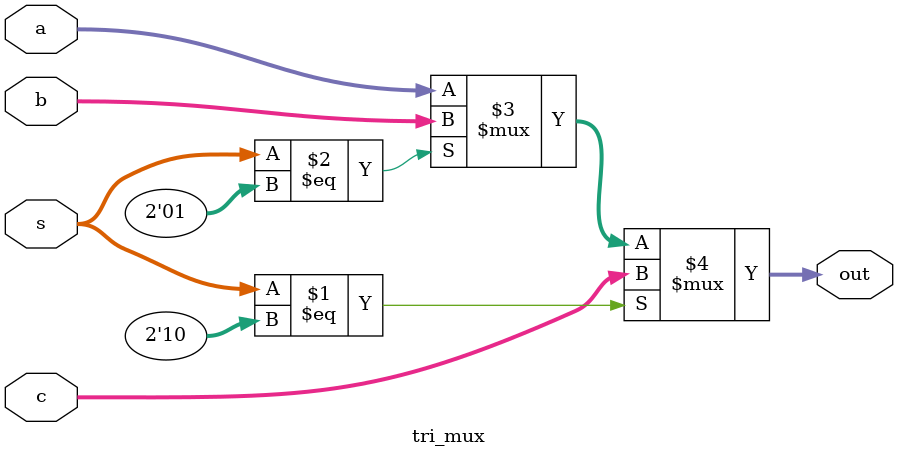
<source format=v>
`timescale 1ns / 1ps


module tri_mux(
    input wire [31:0] a, 
    input wire [31:0] b, 
    input wire [31:0] c, 
    input wire [1:0] s, 
    output wire [31:0] out
    );
    
    assign out = (s == 2'b10) ? c : 
                 (s == 2'b01) ? b : a;
endmodule

</source>
